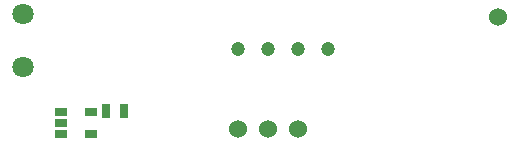
<source format=gbr>
%TF.GenerationSoftware,KiCad,Pcbnew,6.0.0*%
%TF.CreationDate,2023-02-11T22:57:17+01:00*%
%TF.ProjectId,cowstick-ums,636f7773-7469-4636-9b2d-756d732e6b69,1*%
%TF.SameCoordinates,Original*%
%TF.FileFunction,Soldermask,Bot*%
%TF.FilePolarity,Negative*%
%FSLAX46Y46*%
G04 Gerber Fmt 4.6, Leading zero omitted, Abs format (unit mm)*
G04 Created by KiCad (PCBNEW 6.0.0) date 2023-02-11 22:57:17*
%MOMM*%
%LPD*%
G01*
G04 APERTURE LIST*
%ADD10C,1.524000*%
%ADD11C,1.800000*%
%ADD12C,1.198880*%
%ADD13R,0.635000X1.143000*%
%ADD14R,1.000760X0.701040*%
G04 APERTURE END LIST*
D10*
%TO.C,TP9*%
X168500000Y-103000000D03*
%TD*%
%TO.C,TP8*%
X151540000Y-112500000D03*
%TD*%
%TO.C,TP6*%
X146460000Y-112500000D03*
%TD*%
D11*
%TO.C,J1*%
X128250000Y-102750000D03*
X128250000Y-107250000D03*
%TD*%
D10*
%TO.C,TP7*%
X149000000Y-112500000D03*
%TD*%
D12*
%TO.C,TP5*%
X151540000Y-105750000D03*
%TD*%
D13*
%TO.C,C90*%
X135238000Y-111000000D03*
X136762000Y-111000000D03*
%TD*%
D12*
%TO.C,TP2*%
X154080000Y-105750000D03*
%TD*%
%TO.C,TP4*%
X149000000Y-105750000D03*
%TD*%
D14*
%TO.C,U90*%
X131480000Y-112952500D03*
X131480000Y-112000000D03*
X131480000Y-111047500D03*
X134020000Y-111047500D03*
X134020000Y-112952500D03*
%TD*%
D12*
%TO.C,TP3*%
X146460000Y-105750000D03*
%TD*%
M02*

</source>
